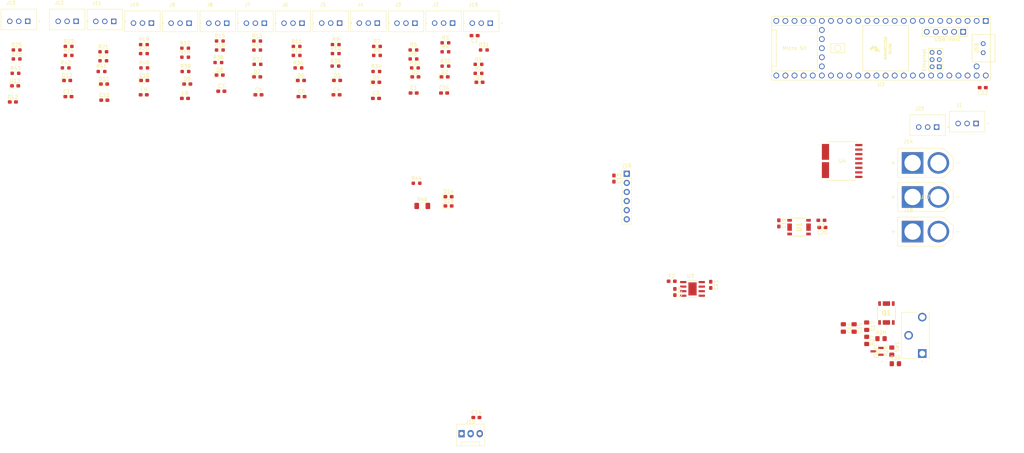
<source format=kicad_pcb>
(kicad_pcb (version 20240108) (generator "pcbnew") (generator_version "8.0")
  (layers (0 "F.Cu" signal) (31 "B.Cu" signal) (34 "B.Paste" user) (35 "F.Paste" user) (36 "B.SilkS" user "B.Silkscreen") (37 "F.SilkS" user "F.Silkscreen") (38 "B.Mask" user) (39 "F.Mask" user) (44 "Edge.Cuts" user))
  (net 0 "")
  (net 1 "+5V")
  (net 2 "GND1")
  (net 3 "+12V")
  (net 4 "+3.3V")
  (net 5 "44.4V")
  (net 6 "Net-(Q1-G)")
  (net 7 "44.4v")
  (net 8 "12v")
  (net 9 "5v")
  (net 10 "Signal Start Module")
  (net 11 "Net-(J17-NEG)")
  (net 12 "Line Sensor 1 3.3V")
  (net 13 "Line Sensor 1 5v")
  (net 14 "Line Sensor 2 5v")
  (net 15 "Line Sensor 2 3.3V")
  (net 16 "Line Sensor 3 5v")
  (net 17 "Line Sensor 3 3.3V")
  (net 18 "Line Sensor 4 5v")
  (net 19 "Line Sensor 4 3.3V")
  (net 20 "Distance Sensor 1 12V")
  (net 21 "Distance Sensor 1 3.3V")
  (net 22 "Distance Sensor 2 12V")
  (net 23 "Distance Sensor 2 3.3V")
  (net 24 "Distance Sensor 3 3.3V")
  (net 25 "Distance Sensor 3 12V")
  (net 26 "Distance Sensor 4 12V")
  (net 27 "Distance Sensor 4 3.3V")
  (net 28 "Distance Sensor 5 3.3V")
  (net 29 "Distance Sensor 5 12V")
  (net 30 "Distance Sensor 6 12V")
  (net 31 "Distance Sensor 6 3.3V")
  (net 32 "Distance Sensor 7 3.3V")
  (net 33 "Distance Sensor 7 12V")
  (net 34 "Distance Sensor 8 3.3V")
  (net 35 "Distance Sensor 8 12V")
  (net 36 "Distance Sensor 9 3.3V")
  (net 37 "Distance Sensor 9 12V")
  (net 38 "Net-(Q2-D)")
  (net 39 "Net-(Q2-G)")
  (net 40 "Net-(SW1-A)")
  (net 41 "Net-(D1-A)")
  (net 42 "Net-(D2-A)")
  (net 43 "Net-(D3-A)")
  (net 44 "Net-(D4-A)")
  (net 45 "Net-(D5-A)")
  (net 46 "Net-(D6-A)")
  (net 47 "Net-(D7-A)")
  (net 48 "Net-(D8-A)")
  (net 49 "Net-(D9-A)")
  (net 50 "Net-(D10-A)")
  (net 51 "Net-(D11-A)")
  (net 52 "Net-(D12-A)")
  (net 53 "Net-(D13-A)")
  (net 54 "Net-(D15-A)")
  (net 55 "Net-(D14-A)")
  (net 56 "PWM MD2")
  (net 57 "Direction MD2")
  (net 58 "SDA")
  (net 59 "PWM MD1")
  (net 60 "Direction MD1")
  (net 63 "SCL")
  (net 71 "Interupt")
  (net 109 "Net-(U3-EN)")
  (net 110 "Net-(U1-VIN)")
  (net 113 "Vref Current Sensor")
  (net 114 "Vout Current Sensor")
  (net 115 "Net-(J17-POS)")
  (footprint "Resistor_SMD:R_0805_2012Metric_Pad1.20x1.40mm_HandSolder" (layer "F.Cu") (at 218.5 112 -90)
    (property "Reference" "R27" (at 0 -1.65 90) (layer "F.SilkS"))
    (property "Value" "15k")
    (pad "1" smd roundrect (at -1 0 270) (size 1.2 1.4) (layers "F.Cu" "F.Paste" "F.Mask") (roundrect_rratio 0.208333) (net 6 "Net-(Q1-G)"))
    (pad "2" smd roundrect (at 1 0 270) (size 1.2 1.4) (layers "F.Cu" "F.Paste" "F.Mask") (roundrect_rratio 0.208333) (net 38 "Net-(Q2-D)"))
  )
  (footprint "LED_SMD:LED_0603_1608Metric_Pad1.05x0.95mm_HandSolder" (layer "F.Cu") (at 81.7 40)
    (property "Reference" "D4" (at 0 -1.43 0) (layer "F.SilkS"))
    (property "Value" "LED")
    (pad "1" smd roundrect (at -0.875 0) (size 1.05 0.95) (layers "F.Cu" "F.Paste" "F.Mask") (net 2 "GND1"))
    (pad "2" smd roundrect (at 0.875 0) (size 1.05 0.95) (layers "F.Cu" "F.Paste" "F.Mask") (net 44 "Net-(D4-A)"))
  )
  (footprint "Teensy try:Teensy41 (1)" (layer "F.Cu") (at 222.5 30.5 180)
    (property "Reference" "U2" (at 0 -10.16 0) (layer "F.SilkS"))
    (property "Value" "Teensy4.1")
    (fp_text user "Ethernet" (at -12.065 -3.2766 90) (layer "F.SilkS"))
    (fp_text user "USB" (at -26.67 0 90) (layer "F.SilkS"))
    (fp_text user "Micro SD" (at 24.13 0 0) (layer "F.SilkS"))
    (fp_text user "MIMXRT1062" (at -1.27 0 90) (layer "F.SilkS") (effects (font (size 0.7 0.7))))
    (fp_text user "USB Host" (at -18.4658 2.4892 0) (layer "F.SilkS"))
    (fp_text user "DVJ6A" (at -2.54 -0.18 90) (layer "F.SilkS") (effects (font (size 0.7 0.7))))
    (pad "1" thru_hole rect (at -29.21 7.62 180) (size 1.6 1.6) (drill 1.1) (layers "*.Cu" "*.Mask") (net 2 "GND1"))
    (pad "2" thru_hole circle (at -26.67 7.62 180) (size 1.6 1.6) (drill 1.1) (layers "*.Cu" "*.Mask"))
    (pad "3" thru_hole circle (at -24.13 7.62 180) (size 1.6 1.6) (drill 1.1) (layers "*.Cu" "*.Mask") (net 60 "Direction MD1"))
    (pad "4" thru_hole circle (at -21.59 7.62 180) (size 1.6 1.6) (drill 1.1) (layers "*.Cu" "*.Mask") (net 59 "PWM MD1"))
    (pad "5" thru_hole circle (at -19.05 7.62 180) (size 1.6 1.6) (drill 1.1) (layers "*.Cu" "*.Mask") (net 57 "Direction MD2"))
    (pad "6" thru_hole circle (at -16.51 7.62 180) (size 1.6 1.6) (drill 1.1) (layers "*.Cu" "*.Mask") (net 56 "PWM MD2"))
    (pad "7" thru_hole circle (at -13.97 7.62 180) (size 1.6 1.6) (drill 1.1) (layers "*.Cu" "*.Mask") (net 12 "Line Sensor 1 3.3V"))
    (pad "8" thru_hole circle (at -11.43 7.62 180) (size 1.6 1.6) (drill 1.1) (layers "*.Cu" "*.Mask") (net 15 "Line Sensor 2 3.3V"))
    (pad "9" thru_hole circle (at -8.89 7.62 180) (size 1.6 1.6) (drill 1.1) (layers "*.Cu" "*.Mask") (net 17 "Line Sensor 3 3.3V"))
    (pad "10" thru_hole circle (at -6.35 7.62 180) (size 1.6 1.6) (drill 1.1) (layers "*.Cu" "*.Mask") (net 19 "Line Sensor 4 3.3V"))
    (pad "11" thru_hole circle (at -3.81 7.62 180) (size 1.6 1.6) (drill 1.1) (layers "*.Cu" "*.Mask") (net 21 "Distance Sensor 1 3.3V"))
    (pad "12" thru_hole circle (at -1.27 7.62 180) (size 1.6 1.6) (drill 1.1) (layers "*.Cu" "*.Mask") (net 22 "Distance Sensor 2 12V"))
    (pad "13" thru_hole circle (at 1.27 7.62 180) (size 1.6 1.6) (drill 1.1) (layers "*.Cu" "*.Mask") (net 24 "Distance Sensor 3 3.3V"))
    (pad "14" thru_hole circle (at 3.81 7.62 180) (size 1.6 1.6) (drill 1.1) (layers "*.Cu" "*.Mask") (net 26 "Distance Sensor 4 12V"))
    (pad "15" thru_hole circle (at 6.35 7.62 180) (size 1.6 1.6) (drill 1.1) (layers "*.Cu" "*.Mask"))
    (pad "16" thru_hole circle (at 8.89 7.62 180) (size 1.6 1.6) (drill 1.1) (layers "*.Cu" "*.Mask") (net 29 "Distance Sensor 5 12V"))
    (pad "17" thru_hole circle (at 11.43 7.62 180) (size 1.6 1.6) (drill 1.1) (layers "*.Cu" "*.Mask") (net 30 "Distance Sensor 6 12V"))
    (pad "18" thru_hole circle (at 13.97 7.62 180) (size 1.6 1.6) (drill 1.1) (layers "*.Cu" "*.Mask") (net 33 "Distance Sensor 7 12V"))
    (pad "19" thru_hole circle (at 16.51 7.62 180) (size 1.6 1.6) (drill 1.1) (layers "*.Cu" "*.Mask") (net 35 "Distance Sensor 8 12V"))
    (pad "20" thru_hole circle (at 19.05 7.62 180) (size 1.6 1.6) (drill 1.1) (layers "*.Cu" "*.Mask") (net 37 "Distance Sensor 9 12V"))
    (pad "21" thru_hole circle (at 21.59 7.62 180) (size 1.6 1.6) (drill 1.1) (layers "*.Cu" "*.Mask") (net 10 "Signal Start Module"))
    (pad "22" thru_hole circle (at 24.13 7.62 180) (size 1.6 1.6) (drill 1.1) (layers "*.Cu" "*.Mask"))
    (pad "23" thru_hole circle (at 26.67 7.62 180) (size 1.6 1.6) (drill 1.1) (layers "*.Cu" "*.Mask") (net 114 "Vout Current Sensor"))
    (pad "24" thru_hole circle (at 29.21 7.62 180) (size 1.6 1.6) (drill 1.1) (layers "*.Cu" "*.Mask") (net 113 "Vref Current Sensor"))
    (pad "25" thru_hole circle (at 29.21 -7.62 180) (size 1.6 1.6) (drill 1.1) (layers "*.Cu" "*.Mask"))
    (pad "26" thru_hole circle (at 26.67 -7.62 180) (size 1.6 1.6) (drill 1.1) (layers "*.Cu" "*.Mask"))
    (pad "27" thru_hole circle (at 24.13 -7.62 180) (size 1.6 1.6) (drill 1.1) (layers "*.Cu" "*.Mask"))
    (pad "28" thru_hole circle (at 21.59 -7.62 180) (size 1.6 1.6) (drill 1.1) (layers "*.Cu" "*.Mask"))
    (pad "29" thru_hole circle (at 19.05 -7.62 180) (size 1.6 1.6) (drill 1.1) (layers "*.Cu" "*.Mask"))
    (pad "30" thru_hole circle (at 16.51 -7.62 180) (size 1.6 1.6) (drill 1.1) (layers "*.Cu" "*.Mask"))
    (pad "31" thru_hole circle (at 13.97 -7.62 180) (size 1.6 1.6) (drill 1.1) (layers "*.Cu" "*.Mask"))
    (pad "32" thru_hole circle (at 11.43 -7.62 180) (size 1.6 1.6) (drill 1.1) (layers "*.Cu" "*.Mask"))
    (pad "33" thru_hole circle (at 8.89 -7.62 180) (size 1.6 1.6) (drill 1.1) (layers "*.Cu" "*.Mask"))
    (pad "34" thru_hole circle (at 6.35 -7.62 180) (size 1.6 1.6) (drill 1.1) (layers "*.Cu" "*.Mask"))
    (pad "35" thru_hole circle (at 3.81 -7.62 180) (size 1.6 1.6) (drill 1.1) (layers "*.Cu" "*.Mask"))
    (pad "36" thru_hole circle (at 1.27 -7.62 180) (size 1.6 1.6) (drill 1.1) (layers "*.Cu" "*.Mask"))
    (pad "37" thru_hole circle (at -1.27 -7.62 180) (size 1.6 1.6) (drill 1.1) (layers "*.Cu" "*.Mask"))
    (pad "38" thru_hole circle (at -3.81 -7.62 180) (size 1.6 1.6) (drill 1.1) (layers "*.Cu" "*.Mask"))
    (pad "39" thru_hole circle (at -6.35 -7.62 180) (size 1.6 1.6) (drill 1.1) (layers "*.Cu" "*.Mask") (net 71 "Interupt"))
    (pad "40" thru_hole circle (at -8.89 -7.62 180) (size 1.6 1.6) (drill 1.1) (layers "*.Cu" "*.Mask") (net 58 "SDA"))
    (pad "41" thru_hole circle (at -11.43 -7.62 180) (size 1.6 1.6) (drill 1.1) (layers "*.Cu" "*.Mask") (net 63 "SCL"))
    (pad "42" thru_hole circle (at -13.97 -7.62 180) (size 1.6 1.6) (drill 1.1) (layers "*.Cu" "*.Mask"))
    (pad "43" thru_hole circle (at -16.51 -7.62 180) (size 1.6 1.6) (drill 1.1) (layers "*.Cu" "*.Mask"))
    (pad "44" thru_hole circle (at -19.05 -7.62 180) (size 1.6 1.6) (drill 1.1) (layers "*.Cu" "*.Mask"))
    (pad "45" thru_hole circle (at -21.59 -7.62 180) (size 1.6 1.6) (drill 1.1) (layers "*.Cu" "*.Mask"))
    (pad "46" thru_hole circle (at -24.13 -7.62 180) (size 1.6 1.6) (drill 1.1) (layers "*.Cu" "*.Mask") (net 4 "+3.3V"))
    (pad "47" thru_hole circle (at -26.67 -7.62 180) (size 1.6 1.6) (drill 1.1) (layers "*.Cu" "*.Mask") (net 2 "GND1"))
    (pad "48" thru_hole circle (at -29.21 -7.62 180) (size 1.6 1.6) (drill 1.1) (layers "*.Cu" "*.Mask") (net 1 "+5V"))
    (pad "49" thru_hole circle (at -26.67 -5.08 180) (size 1.6 1.6) (drill 1.1) (layers "*.Cu" "*.Mask"))
    (pad "50" thru_hole circle (at 16.51 5.08 180) (size 1.6 1.6) (drill 1.1) (layers "*.Cu" "*.Mask"))
    (pad "51" thru_hole circle (at 16.51 2.54 180) (size 1.6 1.6) (drill 1.1) (layers "*.Cu" "*.Mask"))
    (pad "52" thru_hole circle (at 16.51 0 180) (size 1.6 1.6) (drill 1.1) (layers "*.Cu" "*.Mask"))
    (pad "53" thru_hole circle (at 16.51 -2.54 180) (size 1.6 1.6) (drill 1.1) (layers "*.Cu" "*.Mask"))
    (pad "54" thru_hole circle (at 16.51 -5.08 180) (size 1.6 1.6) (drill 1.1) (layers "*.Cu" "*.Mask"))
    (pad "55" thru_hole rect (at -22.9108 4.5692 180) (size 1.6 1.6) (drill 1.1) (layers "*.Cu" "*.Mask"))
    (pad "56" thru_hole circle (at -20.3708 4.5692 180) (size 1.6 1.6) (drill 1.1) (layers "*.Cu" "*.Mask"))
    (pad "57" thru_hole circle (at -17.8308 4.5692 180) (size 1.6 1.6) (drill 1.1) (layers "*.Cu" "*.Mask"))
    (pad "58" thru_hole circle (at -15.2908 4.5692 180) (size 1.6 1.6) (drill 1.1) (layers "*.Cu" "*.Mask"))
    (pad "59" thru_hole circle (at -12.7508 4.5692 180) (size 1.6 1.6) (drill 1.1) (layers "*.Cu" "*.Mask"))
    (pad "60" thru_hole rect (at -16.24 -5.1816 180) (size 1.3 1.3) (drill 0.8) (layers "*.Cu" "*.Mask"))
    (pad "61" thru_hole circle (at -16.24 -3.1816 180) (size 1.3 1.3) (drill 0.8) (layers "*.Cu" "*.Mask"))
    (pad "62" thru_hole circle (at -16.24 -1.1816 180) (size 1.3 1.3) (drill 0.8) (layers "*.Cu" "*.Mask"))
    (pad "63" thru_hole circle (at -14.24 -1.1816 180) (size 1.3 1.3) (drill 0.8) (layers "*.Cu" "*.Mask"))
    (pad "64" thru_hole circle (at -14.24 -3.1816 180) (size 1.3 1.3) (drill 0.8) (layers "*.Cu" "*.Mask"))
    (pad "65" thru_hole circle (at -14.24 -5.1816 180) (size 1.3 1.3) (drill 0.8) (layers "*.Cu" "*.Mask"))
    (pad "66" thru_hole circle (at -28.48 -1.27 180) (size 1.3 1.3) (drill 0.8) (layers "*.Cu" "*.Mask"))
    (pad "67" thru_hole circle (at -28.48 1.27 180) (size 1.3 1.3) (drill 0.8) (layers "*.Cu" "*.Mask"))
  )
  (footprint "XT60-M:AMASS_XT60-M" (layer "F.Cu") (at 234.9 72)
    (property "Reference" "J17" (at 0 0 0) (layer "F.SilkS"))
    (property "Value" "XT60-M")
    (pad "N" thru_hole circle (at 3.6 0) (size 6 6) (drill 4.55) (layers "*.Cu" "*.Mask") (net 11 "Net-(J17-NEG)"))
    (pad "P" thru_hole rect (at -3.6 0) (size 6 6) (drill 4.55) (layers "*.Cu" "*.Mask") (net 115 "Net-(J17-POS)"))
  )
  (footprint "Capacitor_SMD:C_0603_1608Metric_Pad1.08x0.95mm_HandSolder" (layer "F.Cu") (at -19.6375 45.5)
    (property "Reference" "C12" (at 0 -1.43 0) (layer "F.SilkS"))
    (property "Value" "C")
    (pad "1" smd roundrect (at -0.8625 0) (size 1.075 0.95) (layers "F.Cu" "F.Paste" "F.Mask") (net 3 "+12V"))
    (pad "2" smd roundrect (at 0.8625 0) (size 1.075 0.95) (layers "F.Cu" "F.Paste" "F.Mask") (net 2 "GND1"))
  )
  (footprint "Resistor_SMD:R_0603_1608Metric_Pad0.98x0.95mm_HandSolder" (layer "F.Cu") (at 81.9125 30)
    (property "Reference" "R7" (at 0 -1.43 0) (layer "F.SilkS"))
    (property "Value" "R")
    (pad "1" smd roundrect (at -0.9125 0) (size 0.975 0.95) (layers "F.Cu" "F.Paste" "F.Mask") (net 18 "Line Sensor 4 5v"))
    (pad "2" smd roundrect (at 0.9125 0) (size 0.975 0.95) (layers "F.Cu" "F.Paste" "F.Mask") (net 19 "Line Sensor 4 3.3V"))
  )
  (footprint "Resistor_SMD:R_0603_1608Metric_Pad0.98x0.95mm_HandSolder" (layer "F.Cu") (at 28.4125 30.5)
    (property "Reference" "R17" (at 0 -1.43 0) (layer "F.SilkS"))
    (property "Value" "R")
    (pad "1" smd roundrect (at -0.9125 0) (size 0.975 0.95) (layers "F.Cu" "F.Paste" "F.Mask") (net 29 "Distance Sensor 5 12V"))
    (pad "2" smd roundrect (at 0.9125 0) (size 0.975 0.95) (layers "F.Cu" "F.Paste" "F.Mask") (net 28 "Distance Sensor 5 3.3V"))
  )
  (footprint "LED_SMD:LED_0603_1608Metric_Pad1.05x0.95mm_HandSolder" (layer "F.Cu") (at 48.5 38.5)
    (property "Reference" "D7" (at 0 -1.43 0) (layer "F.SilkS"))
    (property "Value" "LED")
    (pad "1" smd roundrect (at -0.875 0) (size 1.05 0.95) (layers "F.Cu" "F.Paste" "F.Mask") (net 2 "GND1"))
    (pad "2" smd roundrect (at 0.875 0) (size 1.05 0.95) (layers "F.Cu" "F.Paste" "F.Mask") (net 47 "Net-(D7-A)"))
  )
  (footprint "LED_SMD:LED_0603_1608Metric_Pad1.05x0.95mm_HandSolder" (layer "F.Cu") (at 70.7875 39.49)
    (property "Reference" "D5" (at 0 -1.43 0) (layer "F.SilkS"))
    (property "Value" "LED")
    (pad "1" smd roundrect (at -0.875 0) (size 1.05 0.95) (layers "F.Cu" "F.Paste" "F.Mask") (net 2 "GND1"))
    (pad "2" smd roundrect (at 0.875 0) (size 1.05 0.95) (layers "F.Cu" "F.Paste" "F.Mask") (net 45 "Net-(D5-A)"))
  )
  (footprint "Jst Xh 2.5-3 Pin:JST_B3B-XH-A_LF__SN_" (layer "F.Cu") (at 100.5 22.975)
    (property "Reference" "J2" (at -2.2 -4.6 0) (layer "F.SilkS") (effects (font (size 0.944882 0.944882))))
    (property "Value" "Conn_01x03_MountingPin")
    (pad "1" thru_hole rect (at 2.5 0.525) (size 1.508 1.508) (drill 1) (layers "*.Cu" "*.Mask") (net 14 "Line Sensor 2 5v"))
    (pad "2" thru_hole circle (at 0 0.525) (size 1.508 1.508) (drill 1) (layers "*.Cu" "*.Mask") (net 1 "+5V"))
    (pad "3" thru_hole circle (at -2.5 0.525) (size 1.508 1.508) (drill 1) (layers "*.Cu" "*.Mask") (net 2 "GND1"))
  )
  (footprint "Jst Xh 2.5-3 Pin:JST_B3B-XH-A_LF__SN_" (layer "F.Cu") (at 48 23)
    (property "Reference" "J7" (at -2.2 -4.6 0) (layer "F.SilkS") (effects (font (size 0.944882 0.944882))))
    (property "Value" "Conn_01x03_MountingPin")
    (pad "1" thru_hole rect (at 2.5 0.525) (size 1.508 1.508) (drill 1) (layers "*.Cu" "*.Mask") (net 25 "Distance Sensor 3 12V"))
    (pad "2" thru_hole circle (at 0 0.525) (size 1.508 1.508) (drill 1) (layers "*.Cu" "*.Mask") (net 3 "+12V"))
    (pad "3" thru_hole circle (at -2.5 0.525) (size 1.508 1.508) (drill 1) (layers "*.Cu" "*.Mask") (net 2 "GND1"))
  )
  (footprint "Capacitor_SMD:C_0603_1608Metric_Pad1.08x0.95mm_HandSolder" (layer "F.Cu") (at 16.8625 43.5)
    (property "Reference" "C9" (at 0 -1.43 0) (layer "F.SilkS"))
    (property "Value" "C")
    (pad "1" smd roundrect (at -0.8625 0) (size 1.075 0.95) (layers "F.Cu" "F.Paste" "F.Mask") (net 3 "+12V"))
    (pad "2" smd roundrect (at 0.8625 0) (size 1.075 0.95) (layers "F.Cu" "F.Paste" "F.Mask") (net 2 "GND1"))
  )
  (footprint "LED_SMD:LED_0603_1608Metric_Pad1.05x0.95mm_HandSolder" (layer "F.Cu") (at 38.05 38)
    (property "Reference" "D8" (at 0 -1.43 0) (layer "F.SilkS"))
    (property "Value" "LED")
    (pad "1" smd roundrect (at -0.875 0) (size 1.05 0.95) (layers "F.Cu" "F.Paste" "F.Mask") (net 2 "GND1"))
    (pad "2" smd roundrect (at 0.875 0) (size 1.05 0.95) (layers "F.Cu" "F.Paste" "F.Mask") (net 48 "Net-(D8-A)"))
  )
  (footprint "Capacitor_SMD:C_0603_1608Metric_Pad1.08x0.95mm_HandSolder" (layer "F.Cu") (at 109.1375 27 180)
    (property "Reference" "C2" (at 0 -1.43 0) (layer "F.SilkS"))
    (property "Value" "C")
    (pad "1" smd roundrect (at -0.8625 0 180) (size 1.075 0.95) (layers "F.Cu" "F.Paste" "F.Mask") (net 1 "+5V"))
    (pad "2" smd roundrect (at 0.8625 0 180) (size 1.075 0.95) (layers "F.Cu" "F.Paste" "F.Mask") (net 2 "GND1"))
  )
  (footprint "Capacitor_SMD:C_0603_1608Metric_Pad1.08x0.95mm_HandSolder" (layer "F.Cu") (at 165 98.5 -90)
    (property "Reference" "C18" (at 0 -1.43 90) (layer "F.SilkS"))
    (property "Value" "C")
    (pad "1" smd roundrect (at -0.8625 0 270) (size 1.075 0.95) (layers "F.Cu" "F.Paste" "F.Mask") (net 7 "44.4v"))
    (pad "2" smd roundrect (at 0.8625 0 270) (size 1.075 0.95) (layers "F.Cu" "F.Paste" "F.Mask") (net 2 "GND1"))
  )
  (footprint "Capacitor_SMD:C_0603_1608Metric_Pad1.08x0.95mm_HandSolder" (layer "F.Cu") (at 250.8625 41.5 180)
    (property "Reference" "C22" (at 0 -1.43 0) (layer "F.SilkS"))
    (property "Value" "C")
    (pad "1" smd roundrect (at -0.8625 0 180) (size 1.075 0.95) (layers "F.Cu" "F.Paste" "F.Mask") (net 1 "+5V"))
    (pad "2" smd roundrect (at 0.8625 0 180) (size 1.075 0.95) (layers "F.Cu" "F.Paste" "F.Mask") (net 2 "GND1"))
  )
  (footprint "Connector_PinHeader_2.54mm:PinHeader_1x06_P2.54mm_Vertical" (layer "F.Cu") (at 151.58 65.52)
    (property "Reference" "J16" (at 0 -2.33 0) (layer "F.SilkS"))
    (property "Value" "Conn_01x08_Pin")
    (pad "1" thru_hole rect (at 0 0) (size 1.7 1.7) (drill 1) (layers "*.Cu" "*.Mask") (net 1 "+5V"))
    (pad "2" thru_hole oval (at 0 2.54) (size 1.7 1.7) (drill 1) (layers "*.Cu" "*.Mask") (net 2 "GND1"))
    (pad "3" thru_hole oval (at 0 5.08) (size 1.7 1.7) (drill 1) (layers "*.Cu" "*.Mask") (net 63 "SCL"))
    (pad "4" thru_hole oval (at 0 7.62) (size 1.7 1.7) (drill 1) (layers "*.Cu" "*.Mask") (net 58 "SDA"))
    (pad "5" thru_hole oval (at 0 10.16) (size 1.7 1.7) (drill 1) (layers "*.Cu" "*.Mask"))
    (pad "6" thru_hole oval (at 0 12.7) (size 1.7 1.7) (drill 1) (layers "*.Cu" "*.Mask"))
  )
  (footprint "LED_SMD:LED_0603_1608Metric_Pad1.05x0.95mm_HandSolder" (layer "F.Cu") (at 101.875 71.91)
    (property "Reference" "D14" (at 0 -1.43 0) (layer "F.SilkS"))
    (property "Value" "LED")
    (pad "1" smd roundrect (at -0.875 0) (size 1.05 0.95) (layers "F.Cu" "F.Paste" "F.Mask") (net 2 "GND1"))
    (pad "2" smd roundrect (at 0.875 0) (size 1.05 0.95) (layers "F.Cu" "F.Paste" "F.Mask") (net 55 "Net-(D14-A)"))
  )
  (footprint "Capacitor_SMD:C_0603_1608Metric_Pad1.08x0.95mm_HandSolder" (layer "F.Cu") (at 5.8625 45)
    (property "Reference" "C10" (at 0 -1.43 0) (layer "F.SilkS"))
    (property "Value" "C")
    (pad "1" smd roundrect (at -0.8625 0) (size 1.075 0.95) (layers "F.Cu" "F.Paste" "F.Mask") (net 3 "+12V"))
    (pad "2" smd roundrect (at 0.8625 0) (size 1.075 0.95) (layers "F.Cu" "F.Paste" "F.Mask") (net 2 "GND1"))
  )
  (footprint "Resistor_SMD:R_0603_1608Metric_Pad0.98x0.95mm_HandSolder" (layer "F.Cu") (at 59.5 32.51)
    (property "Reference" "R12" (at 0 -1.43 0) (layer "F.SilkS"))
    (property "Value" "R")
    (pad "1" smd roundrect (at -0.9125 0) (size 0.975 0.95) (layers "F.Cu" "F.Paste" "F.Mask") (net 23 "Distance Sensor 2 3.3V"))
    (pad "2" smd roundrect (at 0.9125 0) (size 0.975 0.95) (layers "F.Cu" "F.Paste" "F.Mask") (net 2 "GND1"))
  )
  (footprint "Capacitor_SMD:C_0603_1608Metric_Pad1.08x0.95mm_HandSolder" (layer "F.Cu") (at 148 66.8625 -90)
    (property "Reference" "C13" (at 0 -1.43 90) (layer "F.SilkS"))
    (property "Value" "C")
    (pad "1" smd roundrect (at -0.8625 0 270) (size 1.075 0.95) (layers "F.Cu" "F.Paste" "F.Mask") (net 1 "+5V"))
    (pad "2" smd roundrect (at 0.8625 0 270) (size 1.075 0.95) (layers "F.Cu" "F.Paste" "F.Mask") (net 2 "GND1"))
  )
  (footprint "Resistor_SMD:R_0603_1608Metric_Pad0.98x0.95mm_HandSolder" (layer "F.Cu") (at 101 31.51)
    (property "Reference" "R4" (at 0 -1.43 0) (layer "F.SilkS"))
    (property "Value" "R")
    (pad "1" smd roundrect (at -0.9125 0) (size 0.975 0.95) (layers "F.Cu" "F.Paste" "F.Mask") (net 15 "Line Sensor 2 3.3V"))
    (pad "2" smd roundrect (at 0.9125 0) (size 0.975 0.95) (layers "F.Cu" "F.Paste" "F.Mask") (net 2 "GND1"))
  )
  (footprint "Resistor_SMD:R_0603_1608Metric_Pad0.98x0.95mm_HandSolder" (layer "F.Cu") (at 70.4125 32)
    (property "Reference" "R10" (at 0 -1.43 0) (layer "F.SilkS"))
    (property "Value" "R")
    (pad "1" smd roundrect (at -0.9125 0) (size 0.975 0.95) (layers "F.Cu" "F.Paste" "F.Mask") (net 21 "Distance Sensor 1 3.3V"))
    (pad "2" smd roundrect (at 0.9125 0) (size 0.975 0.95) (layers "F.Cu" "F.Paste" "F.Mask") (net 2 "GND1"))
  )
  (footprint "Resistor_SMD:R_0603_1608Metric_Pad0.98x0.95mm_HandSolder" (layer "F.Cu") (at 17 36)
    (property "Reference" "R40" (at 0 -1.43 0) (layer "F.SilkS"))
    (property "Value" "R")
    (pad "1" smd roundrect (at -0.9125 0) (size 0.975 0.95) (layers "F.Cu" "F.Paste" "F.Mask") (net 31 "Distance Sensor 6 3.3V"))
    (pad "2" smd roundrect (at 0.9125 0) (size 0.975 0.95) (layers "F.Cu" "F.Paste" "F.Mask") (net 50 "Net-(D10-A)"))
  )
  (footprint "Resistor_SMD:R_0603_1608Metric_Pad0.98x0.95mm_HandSolder" (layer "F.Cu") (at 81.7375 37)
    (property "Reference" "R34" (at 0 -1.43 0) (layer "F.SilkS"))
    (property "Value" "R")
    (pad "1" smd roundrect (at -0.9125 0) (size 0.975 0.95) (layers "F.Cu" "F.Paste" "F.Mask") (net 19 "Line Sensor 4 3.3V"))
    (pad "2" smd roundrect (at 0.9125 0) (size 0.975 0.95) (layers "F.Cu" "F.Paste" "F.Mask") (net 44 "Net-(D4-A)"))
  )
  (footprint "Jst Xh 2.5-3 Pin:JST_B3B-XH-A_LF__SN_" (layer "F.Cu") (at 79.5 22.975)
    (property "Reference" "J4" (at -2.2 -4.6 0) (layer "F.SilkS") (effects (font (size 0.944882 0.944882))))
    (property "Value" "Conn_01x03_MountingPin")
    (pad "1" thru_hole rect (at 2.5 0.525) (size 1.508 1.508) (drill 1) (layers "*.Cu" "*.Mask") (net 18 "Line Sensor 4 5v"))
    (pad "2" thru_hole circle (at 0 0.525) (size 1.508 1.508) (drill 1) (layers "*.Cu" "*.Mask") (net 1 "+5V"))
    (pad "3" thru_hole circle (at -2.5 0.525) (size 1.508 1.508) (drill 1) (layers "*.Cu" "*.Mask") (net 2 "GND1"))
  )
  (footprint "12Vvoltagereg:S1142A50IE6T1U" (layer "F.Cu") (at 199.64 80.41 -90)
    (property "Reference" "U1" (at 0 0 90) (layer "F.SilkS") (effects (font (size 1.27 1.27) (thickness 0.254))))
    (property "Value" "S-1142DA0I-E6T1U" (hide yes))
    (pad "1" smd rect (at -1.91 2.64 270) (size 0.76 1.27) (layers "F.Cu" "F.Paste" "F.Mask") (net 8 "12v"))
    (pad "2" smd rect (at 0 2.64) (size 1.27 2.03) (layers "F.Cu" "F.Paste" "F.Mask") (net 2 "GND1"))
    (pad "3" smd rect (at 1.91 2.64 270) (size 0.76 1.27) (layers "F.Cu" "F.Paste" "F.Mask") (net 2 "GND1"))
    (pad "4" smd rect (at 1.91 -2.64 270) (size 0.76 1.27) (layers "F.Cu" "F.Paste" "F.Mask"))
    (pad "5" smd rect (at 0 -2.64) (size 1.27 2.03) (layers "F.Cu" "F.Paste" "F.Mask") (net 2 "GND1"))
    (pad "6" smd rect (at -1.91 -2.64 270) (size 0.76 1.27) (layers "F.Cu" "F.Paste" "F.Mask") (net 110 "Net-(U1-VIN)"))
  )
  (footprint "TQL850CSV50_RLG(5vmotordriver):SOIC127P600X170-9N" (layer "F.Cu") (at 169.915 97.635)
    (property "Reference" "U3" (at -0.535 -3.635 0) (layer "F.SilkS"))
    (property "Value" "TQL850CSV50_RLG")
    (pad "1" smd roundrect (at -2.585 -1.905) (size 1.75 0.6) (layers "F.Cu" "F.Paste" "F.Mask") (roundrect_rratio 0.125) (net 109 "Net-(U3-EN)"))
    (pad "2" smd roundrect (at -2.585 -0.635) (size 1.75 0.6) (layers "F.Cu" "F.Paste" "F.Mask") (roundrect_rratio 0.125) (net 109 "Net-(U3-EN)"))
    (pad "3" smd roundrect (at -2.585 0.635) (size 1.75 0.6) (layers "F.Cu" "F.Paste" "F.Mask") (roundrect_rratio 0.125))
    (pad "4" smd roundrect (at -2.585 1.905) (size 1.75 0.6) (layers "F.Cu" "F.Paste" "F.Mask") (roundrect_rratio 0.125) (net 2 "GND1"))
    (pad "5" smd roundrect (at 2.585 1.905) (size 1.75 0.6) (layers "F.Cu" "F.Paste" "F.Mask") (roundrect_rratio 0.125) (net 2 "GND1"))
    (pad "6" smd roundrect (at 2.585 0.635) (size 1.75 0.6) (layers "F.Cu" "F.Paste" "F.Mask") (roundrect_rratio 0.125) (net 2 "GND1"))
    (pad "7" smd roundrect (at 2.585 -0.635) (size 1.75 0.6) (layers "F.Cu" "F.Paste" "F.Mask") (roundrect_rratio 0.125))
    (pad "8" smd roundrect (at 2.585 -1.905) (size 1.75 0.6) (layers "F.Cu" "F.Paste" "F.Mask") (roundrect_rratio 0.125) (net 9 "5v"))
    (pad "9" smd rect (at 0 0) (size 2.3 3.63) (layers "F.Cu" "F.Mask"))
  )
  (footprint "Resistor_SMD:R_0603_1608Metric_Pad0.98x0.95mm_HandSolder" (layer "F.Cu") (at -4.0875 30)
    (property "Reference" "R23" (at 0 -1.43 0) (layer "F.SilkS"))
    (property "Value" "R")
    (pad "1" smd roundrect (at -0.9125 0) (size 0.975 0.95) (layers "F.Cu" "F.Paste" "F.Mask") (net 35 "Distance Sensor 8 12V"))
    (pad "2" smd roundrect (at 0.9125 0) (size 0.975 0.95) (layers "F.Cu" "F.Paste" "F.Mask") (net 34 "Distance Sensor 8 3.3V"))
  )
  (footprint "LED_SMD:LED_0603_1608Metric_Pad1.05x0.95mm_HandSolder" (layer "F.Cu") (at 110.5125 40)
    (property "Reference" "D1" (at 0 -1.43 0) (layer "F.SilkS"))
    (property "Value" "LED")
    (pad "1" smd roundrect (at -0.875 0) (size 1.05 0.95) (layers "F.Cu" "F.Paste" "F.Mask") (net 2 "GND1"))
    (pad "2" smd roundrect (at 0.875 0) (size 1.05 0.95) (layers "F.Cu" "F.Paste" "F.Mask") (net 41 "Net-(D1-A)"))
  )
  (footprint "Resistor_SMD:R_0603_1608Metric_Pad0.98x0.95mm_HandSolder" (layer "F.Cu") (at -4.0875 32.51)
    (property "Reference" "R24" (at 0 -1.43 0) (layer "F.SilkS"))
    (property "Value" "R")
    (pad "1" smd roundrect (at -0.9125 0) (size 0.975 0.95) (layers "F.Cu" "F.Paste" "F.Mask") (net 34 "Distance Sensor 8 3.3V"))
    (pad "2" smd roundrect (at 0.9125 0) (size 0.975 0.95) (layers "F.Cu" "F.Paste" "F.Mask") (net 2 "GND1"))
  )
  (footprint "Resistor_SMD:R_0603_1608Metric_Pad0.98x0.95mm_HandSolder" (layer "F.Cu") (at 28.4125 33.01)
    (property "Reference" "R18" (at 0 -1.43 0) (layer "F.SilkS"))
    (property "Value" "R")
    (pad "1" smd roundrect (at -0.9125 0) (size 0.975 0.95) (layers "F.Cu" "F.Paste" "F.Mask") (net 28 "Distance Sensor 5 3.3V"))
    (pad "2" smd roundrect (at 0.9125 0) (size 0.975 0.95) (layers "F.Cu" "F.Paste" "F.Mask") (net 2 "GND1"))
  )
  (footprint "Capacitor_SMD:C_0603_1608Metric_Pad1.08x0.95mm_HandSolder" (layer "F.Cu") (at 206.1375 80.5 180)
    (property "Reference" "C20" (at 0 -1.43 360) (layer "F.SilkS"))
    (property "Value" "C")
    (pad "1" smd roundrect (at -0.8625 0 180) (size 1.075 0.95) (layers "F.Cu" "F.Paste" "F.Mask") (net 7 "44.4v"))
    (pad "2" smd roundrect (at 0.8625 0 180) (size 1.075 0.95) (layers "F.Cu" "F.Paste" "F.Mask") (net 2 "GND1"))
  )
  (footprint "Capacitor_SMD:C_0805_2012Metric_Pad1.18x1.45mm_HandSolder" (layer "F.Cu") (at 218.5 108.0375 -90)
    (property "Reference" "C17" (at 0 -1.68 90) (layer "F.SilkS"))
    (property "Value" "1uF")
    (pad "1" smd roundrect (at -1.0375 0 270) (size 1.175 1.45) (layers "F.Cu" "F.Paste" "F.Mask") (roundrect_rratio 0.212766) (net 5 "44.4V"))
    (pad "2" smd roundrect (at 1.0375 0 270) (size 1.175 1.45) (layers "F.Cu" "F.Paste" "F.Mask") (roundrect_rratio 0.212766) (net 6 "Net-(Q1-G)"))
  )
  (footprint "Jst Xh 2.5-3 Pin:JST_B3B-XH-A_LF__SN_" (layer "F.Cu") (at -18 22.475)
    (property "Reference" "J13" (at -2.2 -4.6 0) (layer "F.SilkS") (effects (font (size 0.944882 0.944882))))
    (property "Value" "Conn_01x03_MountingPin")
    (pad "1" thru_hole rect (at 2.5 0.525) (size 1.508 1.508) (drill 1) (layers "*.Cu" "*.Mask") (net 37 "Distance Sensor 9 12V"))
    (pad "2" thru_hole circle (at 0 0.525) (size 1.508 1.508) (drill 1) (layers "*.Cu" "*.Mask") (net 3 "+12V"))
    (pad "3" thru_hole circle (at -2.5 0.525) (size 1.508 1.508) (drill 1) (layers "*.Cu" "*.Mask") (net 2 "GND1"))
  )
  (footprint "Resistor_SMD:R_0603_1608Metric_Pad0.98x0.95mm_HandSolder" (layer "F.Cu") (at 48.5875 35)
    (property "Reference" "R37" (at 0 -1.43 0) (layer "F.SilkS"))
    (property "Value" "R")
    (pad "1" smd roundrect (at -0.9125 0) (size 0.975 0.95) (layers "F.Cu" "F.Paste" "F.Mask") (net 24 "Distance Sensor 3 3.3V"))
    (pad "2" smd roundrect (at 0.9125 0) (size 0.975 0.95) (layers "F.Cu" "F.Paste" "F.Mask") (net 47 "Net-(D7-A)"))
  )
  (footprint "Resistor_SMD:R_0603_1608Metric_Pad0.98x0.95mm_HandSolder" (layer "F.Cu") (at 28.5 37)
    (property "Reference" "R39" (at 0 -1.43 0) (layer "F.SilkS"))
    (property "Value" "R")
    (pad "1" smd roundrect (at -0.9125 0) (size 0.975 0.95) (layers "F.Cu" "F.Paste" "F.Mask") (net 28 "Distance Sensor 5 3.3V"))
    (pad "2" smd roundrect (at 0.9125 0) (size 0.975 0.95) (layers "F.Cu" "F.Paste" "F.Mask") (net 49 "Net-(D9-A)"))
  )
  (footprint "LED_SMD:LED_0603_1608Metric_Pad1.05x0.95mm_HandSolder" (layer "F.Cu") (at 100.7875 38.5)
    (property "Reference" "D2" (at 0 -1.43 0) (layer "F.SilkS"))
    (property "Value" "LED")
    (pad "1" smd roundrect (at -0.875 0) (size 1.05 0.95) (layers "F.Cu" "F.Paste" "F.Mask") (net 2 "GND1"))
    (pad "2" smd roundrect (at 0.875 0) (size 1.05 0.95) (layers "F.Cu" "F.Paste" "F.Mask") (net 42 "Net-(D2-A)"))
  )
  (footprint "Resistor_SMD:R_0805_2012Metric_Pad1.20x1.40mm_HandSolder" (layer "F.Cu") (at 226.5 118.5)
    (property "Reference" "R30" (at 0 -1.65 0) (layer "F.SilkS"))
    (property "Value" "8k")
    (pad "1" smd roundrect (at -1 0) (size 1.2 1.4) (layers "F.Cu" "F.Paste" "F.Mask") (roundrect_rratio 0.208333) (net 39 "Net-(Q2-G)"))
    (pad "2" smd roundrect (at 1 0) (size 1.2 1.4) (layers "F.Cu" "F.Paste" "F.Mask") (roundrect_rratio 0.208333) (net 40 "Net-(SW1-A)"))
  )
  (footprint "Jst Xh 2.5-3 Pin:JST_B3B-XH-A_LF__SN_" (layer "F.Cu") (at 246.5 50.975)
    (property "Reference" "J1" (at -2.2 -4.6 0) (layer "F.SilkS") (effects (font (size 0.944882 0.944882))))
    (property "Value" "Conn_01x03_MountingPin")
    (pad "1" thru_hole rect (at 2.5 0.525) (size 1.508 1.508) (drill 1) (layers "*.Cu" "*.Mask") (net 57 "Direction MD2"))
    (pad "2" thru_hole circle (at 0 0.525) (size 1.508 1.508) (drill 1) (layers "*.Cu" "*.Mask") (net 56 "PWM MD2"))
    (pad "3" thru_hole circle (at -2.5 0.525) (size 1.508 1.508) (drill 1) (layers "*.Cu" "*.Mask") (net 2 "GND1"))
  )
  (footprint "LED_SMD:LED_0603_1608Metric_Pad1.05x0.95mm_HandSolder" (layer "F.Cu") (at 17 39.5)
    (property "Reference" "D10" (at 0 -1.43 0) (layer "F.SilkS"))
    (property "Value" "LED")
    (pad "1" smd roundrect (at -0.875 0) (size 1.05 0.95) (layers "F.Cu" "F.Paste" "F.Mask") (net 2 "GND1"))
    (pad "2" smd roundrect (at 0.875 0) (size 1.05 0.95) (layers "F.Cu" "F.Paste" "F.Mask") (net 50 "Net-(D10-A)"))
  )
  (footprint "Resistor_SMD:R_0805_2012Metric_Pad1.20x1.40mm_HandSolder" (layer "F.Cu") (at 222.5 111.5)
    (property "Reference" "R28" (at 0 -1.65 0) (layer "F.SilkS"))
    (property "Value" "10k")
    (pad "1" smd roundrect (at -1 0) (size 1.2 1.4) (layers "F.Cu" "F.Paste" "F.Mask") (roundrect_rratio 0.208333) (net 6 "Net-(Q1-G)"))
    (pad "2" smd roundrect (at 1 0) (size 1.2 1.4) (layers "F.Cu" "F.Paste" "F.Mask") (roundrect_rratio 0.208333) (net 115 "Net-(J17-POS)"))
  )
  (footprint "Resistor_SMD:R_0603_1608Metric_Pad0.98x0.95mm_HandSolder" (layer "F.Cu") (at 70.325 35.49)
    (property "Reference" "R35" (at 0 -1.43 0) (layer "F.SilkS"))
    (property "Value" "R")
    (pad "1" smd roundrect (at -0.9125 0) (size 0.975 0.95) (layers "F.Cu" "F.Paste" "F.Mask") (net 21 "Distance Sensor 1 3.3V"))
    (pad "2" smd roundrect (at 0.9125 0) (size 0.975 0.95) (layers "F.Cu" "F.Paste" "F.Mask") (net 45 "Net-(D5-A)"))
  )
  (footprint "LED_SMD:LED_0603_1608Metric_Pad1.05x0.95mm_HandSolder" (layer "F.Cu") (at 29 40.5)
    (property "Reference" "D9" (at 0 -1.43 0) (layer "F.SilkS"))
    (property "Value" "LED")
    (pad "1" smd roundrect (at -0.875 0) (size 1.05 0.95) (layers "F.Cu" "F.Paste" "F.Mask") (net 2 "GND1"))
    (pad "2" smd roundrect (at 0.875 0) (size 1.05 0.95) (layers "F.Cu" "F.Paste" "F.Mask") (net 49 "Net-(D9-A)"))
  )
  (footprint "Capacitor_SMD:C_0603_1608Metric_Pad1.08x0.95mm_HandSolder" (layer "F.Cu") (at 92.1375 43)
    (property "Reference" "C1" (at 0 -1.43 0) (layer "F.SilkS"))
    (property "Value" "C")
    (pad "1" smd roundrect (at -0.8625 0) (size 1.075 0.95) (layers "F.Cu" "F.Paste" "F.Mask") (net 1 "+5V"))
    (pad "2" smd roundrect (at 0.8625 0) (size 1.075 0.95) (layers "F.Cu" "F.Paste" "F.Mask") (net 2 "GND1"))
  )
  (footprint "Jst Xh 2.5-3 Pin:JST_B3B-XH-A_LF__SN_" (layer "F.Cu") (at 69 22.975)
    (property "Reference" "J5" (at -2.2 -4.6 0) (layer "F.SilkS") (effects (font (size 0.944882 0.944882))))
    (property "Value" "Conn_01x03_MountingPin")
    (pad "1" thru_hole rect (at 2.5 0.525) (size 1.508 1.508) (drill 1) (layers "*.Cu" "*.Mask") (net 20 "Distance Sensor 1 12V"))
    (pad "2" thru_hole circle (at 0 0.525) (size 1.508 1.508) (drill 1) (layers "*.Cu" "*.Mask") (net 3 "+12V"))
    (pad "3" thru_hole circle (at -2.5 0.525) (size 1.508 1.508) (drill 1) (layers "*.Cu" "*.Mask") (net 2 "GND1"))
  )
  (footprint "Resistor_SMD:R_0805_2012Metric_Pad1.20x1.40mm_HandSolder" (layer "F.Cu") (at 225.5 115 90)
    (property "Reference" "R29" (at 0 -1.65 90) (layer "F.SilkS"))
    (property "Value" "1k")
    (pad "1" smd roundrect (at -1 0 90) (size 1.2 1.4) (layers "F.Cu" "F.Paste" "F.Mask") (roundrect_rratio 0.208333) (net 39 "Net-(Q2-G)"))
    (pad "2" smd roundrect (at 1 0 90) (size 1.2 1.4) (layers "F.Cu" "F.Paste" "F.Mask") (roundrect_rratio 0.208333) (net 2 "GND1"))
  )
  (footprint "Resistor_SMD:R_0603_1608Metric_Pad0.98x0.95mm_HandSolder" (layer "F.Cu") (at 92.5 36)
    (property "Reference" "R33" (at 0 -1.43 0) (layer "F.SilkS"))
    (property "Value" "R")
    (pad "1" smd roundrect (at -0.9125 0) (size 0.975 0.95) (layers "F.Cu" "F.Paste" "F.Mask") (net 17 "Line Sensor 3 3.3V"))
    (pad "2" smd roundrect (at 0.9125 0) (size 0.975 0.95) (layers "F.Cu" "F.Paste" "F.Mask") (net 43 "Net-(D3-A)"))
  )
  (footprint "Resistor_SMD:R_0603_1608Metric_Pad0.98x0.95mm_HandSolder" (layer "F.Cu") (at 48.5 31.01)
    (property "Reference" "R14" (at 0 -1.43 0) (layer "F.SilkS"))
    (property "Value" "R")
    (pad "1" smd roundrect (at -0.9125 0) (size 0.975 0.95) (layers "F.Cu" "F.Paste" "F.Mask") (net 24 "Distance Sensor 3 3.3V"))
    (pad "2" smd roundrect (at 0.9125 0) (size 0.975 0.95) (layers "F.Cu" "F.Paste" "F.Mask") (net 2 "GND1"))
  )
  (footprint "Capacitor_SMD:C_0603_1608Metric_Pad1.08x0.95mm_HandSolder" (layer "F.Cu") (at 38.5 42.5)
    (property "Reference" "C7" (at 0 -1.43 0) (layer "F.SilkS"))
    (property "Value" "C")
    (pad "1" smd roundrect (at -0.8625 0) (size 1.075 0.95) (layers "F.Cu" "F.Paste" "F.Mask") (net 3 "+12V"))
    (pad "2" smd roundrect (at 0.8625 0) (size 1.075 0.95) (layers "F.Cu" "F.Paste" "F.Mask") (net 2 "GND1"))
  )
  (footprint "Capacitor_SMD:C_0603_1608Metric_Pad1.08x0.95mm_HandSolder" (layer "F.Cu") (at 109.6375 133.5)
    (property "Reference" "C14" (at 0 -1.43 0) (layer "F.SilkS"))
    (property "Value" "C")
    (pad "1" smd roundrect (at -0.8625 0) (size 1.075 0.95) (layers "F.Cu" "F.Paste" "F.Mask") (net 2 "GND1"))
    (pad "2" smd roundrect (at 0.8625 0) (size 1.075 0.95) (layers "F.Cu" "F.Paste" "F.Mask") (net 4 "+3.3V"))
  )
  (footprint "Resistor_SMD:R_0603_1608Metric_Pad0.98x0.95mm_HandSolder" (layer "F.Cu") (at -4.9125 36)
    (property "Reference" "R42" (at 0 -1.43 0) (layer "F.SilkS"))
    (property "Value" "R")
    (pad "1" smd roundrect (at -0.9125 0) (size 0.975 0.95) (layers "F.Cu" "F.Paste" "F.Mask") (net 34 "Distance Sensor 8 3.3V"))
    (pad "2" smd roundrect (at 0.9125 0) (size 0.975 0.95) (layers "F.Cu" "F.Paste" "F.Mask") (net 52 "Net-(D12-A)"))
  )
  (footprint "Capacitor_SMD:C_0603_1608Metric_Pad1.08x0.95mm_HandSolder" (layer "F.Cu") (at 48.8625 43.5)
    (property "Reference" "C6" (at 0 -1.43 0) (layer "F.SilkS"))
    (property "Value" "C")
    (pad "1" smd roundrect (at -0.8625 0) (size 1.075 0.95) (layers "F.Cu" "F.Paste" "F.Mask") (net 3 "+12V"))
    (pad "2" smd roundrect (at 0.8625 0) (size 1.075 0.95) (layers "F.Cu" "F.Paste" "F.Mask") (net 2 "GND1"))
  )
  (footprint "Resistor_SMD:R_0603_1608Metric_Pad0.98x0.95mm_HandSolder" (layer "F.Cu") (at 48.5 28.5)
    (property "Reference" "R13" (at 0 -1.43 0) (layer "F.SilkS"))
    (property "Value" "R")
    (pad "1" smd roundrect (at -0.9125 0) (size 0.975 0.95) (layers "F.Cu" "F.Paste" "F.Mask") (net 25 "Distance Sensor 3 12V"))
    (pad "2" smd roundrect (at 0.9125 0) (size 0.975 0.95) (layers "F.Cu" "F.Paste" "F.Mask") (net 24 "Distance Sensor 3 3.3V"))
  )
  (footprint "Capacitor_SMD:C_0805_2012Metric_Pad1.18x1.45mm_HandSolder" (layer "F.Cu") (at 211.99 108.5375 -90)
    (property "Reference" "C16" (at 0 -1.68 90) (layer "F.SilkS"))
    (property "Value" "1uF")
    (pad "1" smd roundrect (at -1.0375 0 270) (size 1.175 1.45) (layers "F.Cu" "F.Paste" "F.Mask") (roundrect_rratio 0.212766) (net 5 "44.4V"))
    (pad "2" smd roundrect (at 1.0375 0 270) (size 1.175 1.45) (layers "F.Cu" "F.Paste" "F.Mask") (roundrect_rratio 0.212766) (net 2 "GND1"))
  )
  (footprint "XT60-M:AMASS_XT60-M" (layer "F.Cu") (at 234.9 81.65)
    (property "Reference" "J18" (at -4.825 -5.935 0) (layer "F.SilkS"))
    (property "Value" "XT60-M")
    (pad "N" thru_hole circle (at 3.6 0) (size 6 6) (drill 4.55) (layers "*.Cu" "*.Mask") (net 2 "GND1"))
    (pad "P" thru_hole rect (at -3.6 0) (size 6 6) (drill 4.55) (layers "*.Cu" "*.Mask") (net 11 "Net-(J17-NEG)"))
  )
  (footprint "Capacitor_SMD:C_0603_1608Metric_Pad1.08x0.95mm_HandSolder" (layer "F.Cu") (at 60.8625 44)
    (property "Reference" "C5" (at 0 -1.43 0) (layer "F.SilkS"))
    (property "Value" "C")
    (pad "1" smd roundrect (at -0.8625 0) (size 1.075 0.95) (layers "F.Cu" "F.Paste" "F.Mask") (net 3 "+12V"))
    (pad "2" smd roundrect (at 0.8625 0) (size 1.075 0.95) (layers "F.Cu" "F.Paste" "F.Mask") (net 2 "GND1"))
  )
  (footprint "Resistor_SMD:R_0603_1608Metric_Pad0.98x0.95mm_HandSolder" (layer "F.Cu") (at 70.4125 29.49)
    (property "Reference" "R9" (at 0 -1.43 0) (layer "F.SilkS"))
    (property "Value" "R")
    (pad "1" smd roundrect (at -0.9125 0) (size 0.975 0.95) (layers "F.Cu" "F.Paste" "F.Mask") (net 20 "Distance Sensor 1 12V"))
    (pad "2" smd roundrect (at 0.9125 0) (size 0.975 0.95) (layers "F.Cu" "F.Paste" "F.Mask") (net 21 "Distance Sensor 1 3.3V"))
  )
  (footprint "Resistor_SMD:R_0603_1608Metric_Pad0.98x0.95mm_HandSolder" (layer "F.Cu") (at 16.9125 32.01)
    (property "Reference" "R20" (at 0 -1.43 0) (layer "F.SilkS"))
    (property "Value" "R")
    (pad "1" smd roundrect (at -0.9125 0) (size 0.975 0.95) (layers "F.Cu" "F.Paste" "F.Mask") (net 31 "Distance Sensor 6 3.3V"))
    (pad "2" smd roundrect (at 0.9125 0) (size 0.975 0.95) (layers "F.Cu" "F.Paste" "F.Mask") (net 2 "GND1"))
  )
  (footprint "Capacitor_SMD:C_0603_1608Metric_Pad1.08x0.95mm_HandSolder" (layer "F.Cu") (at 81.6375 44.5)
    (property "Reference" "C3" (at 0 -1.43 0) (layer "F.SilkS"))
    (property "Value" "C")
    (pad "1" smd roundrect (at -0.8625 0) (size 1.075 0.95) (layers "F.Cu" "F.Paste" "F.Mask") (net 1 "+5V"))
    (pad "2" smd roundrect (at 0.8625 0) (size 1.075 0.95) (layers "F.Cu" "F.Paste" "F.Mask") (net 2 "GND1"))
  )
  (footprint "LED_SMD:LED_0603_1608Metric_Pad1.05x0.95mm_HandSolder" (layer "F.Cu") (at 101.875 74.5)
    (property "Reference" "D15" (at 0 -1.43 0) (layer "F.SilkS"))
    (property "Value" "LED")
    (pad "1" smd roundrect (at -0.875 0) (size 1.05 0.95) (layers "F.Cu" "F.Paste" "F.Mask") (net 2 "GND1"))
    (pad "2" smd roundrect (at 0.875 0) (size 1.05 0.95) (layers "F.Cu" "F.Paste" "F.Mask") (net 54 "Net-(D15-A)"))
  )
  (footprint "Resistor_SMD:R_0603_1608Metric_Pad0.98x0.95mm_HandSolder" (layer "F.Cu") (at 5.5875 34.01)
    (property "Reference" "R22" (at 0 -1.43 0) (layer "F.SilkS"))
    (property "Value" "R")
    (pad "1" smd roundrect (at -0.9125 0) (size 0.975 0.95) (layers "F.Cu" "F.Paste" "F.Mask") (net 32 "Distance Sensor 7 3.3V"))
    (pad "2" smd roundrect (at 0.9125 0) (size 0.975 0.95) (layers "F.Cu" "F.Paste" "F.Mask") (net 2 "GND1"))
  )
  (footprint "Resistor_SMD:R_0603_1608Metric_Pad0.98x0.95mm_HandSolder" (layer "F.Cu") (at -18.9125 37.5)
    (property "Reference" "R43" (at 0 -1.43 0) (layer "F.SilkS"))
    (property "Value" "R")
    (pad "1" smd roundrect (at -0.9125 0) (size 0.975 0.95) (layers "F.Cu" "F.Paste" "F.Mask") (net 36 "Distance Sensor 9 3.3V"))
    (pad "2" smd roundrect (at 0.9125 0) (size 0.975 0.95) (layers "F.Cu" "F.Paste" "F.Mask") (net 53 "Net-(D13-A)"))
  )
  (footprint "Resistor_SMD:R_0603_1608Metric_Pad0.98x0.95mm_HandSolder" (layer "F.Cu") (at 111.725 31)
    (property "Reference" "R31" (at 0 -1.43 0) (layer "F.SilkS"))
    (property "Value" "R")
    (pad "1" smd roundrect (at -0.9125 0) (size 0.975 0.95) (layers "F.Cu" "F.Paste" "F.Mask") (net 12 "Line Sensor 1 3.3V"))
    (pad "2" smd roundrect (at 0.9125 0) (size 0.975 0.95) (layers "F.Cu" "F.Paste" "F.Mask") (net 41 "Net-(D1-A)"))
  )
  (footprint "Jst Xh 2.5-3 Pin:JST_B3B-XH-A_LF__SN_" (layer "F.Cu") (at 16.5 22.975)
    (property "Reference" "J10" (at -2.2 -4.6 0) (layer "F.SilkS") (effects (font (size 0.944882 0.944882))))
    (property "Value" "Conn_01x03_MountingPin")
    (pad "1" thru_hole rect (at 2.5 0.525) (size 1.508 1.508) (drill 1) (layers "*.Cu" "*.Mask") (net 30 "Distance Sensor 6 12V"))
    (pad "2" thru_hole circle (at 0 0.525) (size 1.508 1.508) (drill 1) (layers "*.Cu" "*.Mask") (net 3 "+12V"))
    (pad "3" thru_hole circle (at -2.5 0.525) (size 1.508 1.508) (drill 1) (layers "*.Cu" "*.Mask") (net 2 "GND1"))
  )
  (footprint "Resistor_SMD:R_0603_1608Metric_Pad0.98x0.95mm_HandSolder" (layer "F.Cu") (at 37.675 34.5)
    (property "Reference" "R38" (at 0 -1.43 0) (layer "F.SilkS"))
    (property "Value" "R")
    (pad "1" smd roundrect (at -0.9125 0) (size 0.975 0.95) (layers "F.Cu" "F.Paste" "F.Mask") (net 27 "Distance Sensor 4 3.3V"))
    (pad "2" smd roundrect (at 0.9125 0) (size 0.975 0.95) (layers "F.Cu" "F.Paste" "F.Mask") (net 48 "Net-(D8-A)"))
  )
  (footprint "Capacitor_SMD:C_0603_1608Metric_Pad1.08x0.95mm_HandSolder" (layer "F.Cu") (at 70.6375 43.5)
    (property "Reference" "C4" (at 0 -1.43 0) (layer "F.SilkS"))
    (property "Value" "C")
    (pad "1" smd roundrect (at -0.8625 0) (size 1.075 0.95) (layers "F.Cu" "F.Paste" "F.Mask") (net 3 "+12V"))
    (pad "2" smd roundrect (at 0.8625 0) (size 1.075 0.95) (layers "F.Cu" "F.Paste" "F.Mask") (net 2 "GND1"))
  )
  (footprint "Capacitor_SMD:C_0603_1608Metric_Pad1.08x0.95mm_HandSolder" (layer "F.Cu") (at 194 79.3625 -90)
    (property "Reference" "C19" (at 0 -1.43 90) (layer "F.SilkS"))
    (property "Value" "C")
    (pad "1" smd roundrect (at -0.8625 0 270) (size 1.075 0.95) (layers "F.Cu" "F.Paste" "F.Mask") (net 8 "12v"))
    (pad "2" smd roundrect (at 0.8625 0 270) (size 1.075 0.95) (layers "F.Cu" "F.Paste" "F.Mask") (net 2 "GND1"))
  )
  (footprint "Capacitor_SMD:C_0603_1608Metric_Pad1.08x0.95mm_HandSolder" (layer "F.Cu") (at 100.6375 43)
    (property "Reference" "C24" (at 0 -1.43 0) (layer "F.SilkS"))
    (property "Value" "C")
    (pad "1" smd roundrect (at -0.8625 0) (size 1.075 0.95) (layers "F.Cu" "F.Paste" "F.Mask") (net 1 "+5V"))
    (pad "2" smd roundrect (at 0.8625 0) (size 1.075 0.95) (layers "F.Cu" "F.Paste" "F.Mask") (net 2 "GND1"))
  )
  (footprint "Resistor_SMD:R_0603_1608Metric_Pad0.98x0.95mm_HandSolder" (layer "F.Cu") (at 101 29)
    (property "Reference" "R3" (at 0 -1.43 0) (layer "F.SilkS"))
    (property "Value" "R")
    (pad "1" smd roundrect (at -0.9125 0) (size 0.975 0.95) (layers "F.Cu" "F.Paste" "F.Mask") (net 14 "Line Sensor 2 5v"))
    (pad "2" smd roundrect (at 0.9125 0) (size 0.975 0.95) (layers "F.Cu" "F.Paste" "F.Mask") (net 15 "Line Sensor 2 3.3V"))
  )
  (footprint "Resistor_SMD:R_0603_1608Metric_Pad0.98x0.95mm_HandSolder" (layer "F.Cu") (at -18.5875 33.51)
    (property "Reference" "R26" (at 0 -1.43 0) (layer "F.SilkS"))
    (property "Value" "R")
    (pad "1" smd roundrect (at -0.9125 0) (size 0.975 0.95) (layers "F.Cu" "F.Paste" "F.Mask") (net 36 "Distance Sensor 9 3.3V"))
    (pad "2" smd roundrect (at 0.9125 0) (size 0.975 0.95) (layers "F.Cu" "F.Paste" "F.Mask") (net 2 "GND1"))
  )
  (footprint "XT60-M:AMASS_XT60-M" (layer "F.Cu") (at 234.9 62.5)
    (property "Reference" "J14" (at -4.825 -5.935 0) (layer "F.SilkS"))
    (property "Value" "XT60-M")
    (pad "N" thru_hole circle (at 3.6 0) (size 6 6) (drill 4.55) (layers "*.Cu" "*.Mask") (net 2 "GND1"))
    (pad "P" thru_hole rect (at -3.6 0) (size 6 6) (drill 4.55) (layers "*.Cu" "*.Mask") (net 5 "44.4V"))
  )
  (footprint "Resistor_SMD:R_0603_1608Metric_Pad0.98x0.95mm_HandSolder" (layer "F.Cu") (at -18.5875 31)
    (property "Reference" "R25" (at 0 -1.43 0) (layer "F.SilkS"))
    (property "Value" "R")
    (pad "1" smd roundrect (at -0.9125 0) (size 0.975 0.95) (layers "F.Cu" "F.Paste" "F.Mask") (net 37 "Distance Sensor 9 12V"))
    (pad "2" smd roundrect (at 0.9125 0) (size 0.975 0.95) (layers "F.Cu" "F.Paste" "F.Mask") (net 36 "Distance Sensor 9 3.3V"))
  )
  (footprint "Jst Xh 2.5-3 Pin:JST_B3B-XH-A_LF__SN_" (layer "F.Cu") (at 27 23)
    (property "Reference" "J9" (at -2.2 -4.6 0) (layer "F.SilkS") (effects (font (size 0.944882 0.944882))))
    (property "Value" "Conn_01x03_MountingPin")
    (pad "1" thru_hole rect (at 2.5 0.525) (size 1.508 1.508) (drill 1) (layers "*.Cu" "*.Mask") (net 29 "Distance Sensor 5 12V"))
    (pad "2" thru_hole circle (at 0 0.525) (size 1.508 1.508) (drill 1) (layers "*.Cu" "*.Mask") (net 3 "+12V"))
    (pad "3" thru_hole circle (at -2.5 0.525) (size 1.508 1.508) (drill 1) (layers "*.Cu" "*.Mask") (net 2 "GND1"))
  )
  (footprint "Resistor_SMD:R_0603_1608Metric_Pad0.98x0.95mm_HandSolder" (layer "F.Cu") (at 110.225 37.51)
    (property "Reference" "R2" (at 0 -1.43 0) (layer "F.SilkS"))
    (property "Value" "R")
    (pad "1" smd roundrect (at -0.9125 0) (size 0.975 0.95) (layers "F.Cu" "F.Paste" "F.Mask") (net 12 "Line Sensor 1 3.3V"))
    (pad "2" smd roundrect (at 0.9125 0) (size 0.975 0.95) (layers "F.Cu" "F.Paste" "F.Mask") (net 2 "GND1"))
  )
  (footprint "Resistor_SMD:R_0603_1608Metric_Pad0.98x0.95mm_HandSolder" (layer "F.Cu") (at 92.0875 31)
    (property "Reference" "R5" (at 0 -1.43 0) (layer "F.SilkS"))
    (property "Value" "R")
    (pad "1" smd roundrect (at -0.9125 0) (size 0.975 0.95) (layers "F.Cu" "F.Paste" "F.Mask") (net 16 "Line Sensor 3 5v"))
    (pad "2" smd roundrect (at 0.9125 0) (size 0.975 0.95) (layers "F.Cu" "F.Paste" "F.Mask") (net 17 "Line Sensor 3 3.3V"))
  )
  (footprint "LED_SMD:LED_0603_1608Metric_Pad1.05x0.95mm_HandSolder" (layer "F.Cu") (at -19 41)
    (property "Reference" "D13" (at 0 -1.43 0) (layer "F.SilkS"))
    (property "Value" "LED")
    (pad "1" smd roundrect (at -0.875 0) (size 1.05 0.95) (layers "F.Cu" "F.Paste" "F.Mask") (net 2 "GND1"))
    (pad "2" smd roundrect (at 0.875 0) (size 1.05 0.95) (layers "F.Cu" "F.Paste" "F.Mask") (net 53 "Net-(D13-A)"))
  )
  (footprint "Jst Xh 2.5-3 Pin:JST_B3B-XH-A_LF__SN_" (layer "F.Cu") (at 6 22.5)
    (property "Reference" "J11" (at -2.2 -4.6 0) (layer "F.SilkS") (effects (font (size 0.944882 0.944882))))
    (property "Value" "Conn_01x03_MountingPin")
    (pad "1" thru_hole rect (at 2.5 0.525) (size 1.508 1.508) (drill 1) (layers "*.Cu" "*.Mask") (net 33 "Distance Sensor 7 12V"))
    (pad "2" thru_hole circle (at 0 0.525) (size 1.508 1.508) (drill 1) (layers "*.Cu" "*.Mask") (net 3 "+12V"))
    (pad "3" thru_hole circle (at -2.5 0.525) (size 1.508 1.508) (drill 1) (layers "*.Cu" "*.Mask") (net 2 "GND1"))
  )
  (footprint "Jst Xh 2.5-3 Pin:JST_B3B-XH-A_LF__SN_" (layer "F.Cu") (at 111 23)
    (property "Reference" "J19" (at -2.2 -4.6 0) (layer "F.SilkS") (effects (font (size 0.944882 0.944882))))
    (property "Value" "Conn_01x03_MountingPin")
    (pad "1" thru_hole rect (at 2.5 0.525) (size 1.508 1.508) (drill 1) (layers "*.Cu" "*.Mask") (net 13 "Line Sensor 1 5v"))
    (pad "2" thru_hole circle (at 0 0.525) (size 1.508 1.508) (drill 1) (layers "*.Cu" "*.Mask") (net 1 "+5V"))
    (pad "3" thru_hole circle (at -2.5 0.525) (size 1.508 1.508) (drill 1) (layers "*.Cu" "*.Mask") (net 2 "GND1"))
  )
  (footprint "Capacitor_SMD:C_0603_1608Metric_Pad1.08x0.95mm_HandSolder" (layer "F.Cu") (at -4.1375 44)
    (property "Reference" "C11" (at 0 -1.43 0) (layer "F.SilkS"))
    (property "Value" "C")
    (pad "1" smd roundrect (at -0.8625 0) (size 1.075 0.95) (layers "F.Cu" "F.Paste" "F.Mask") (net 3 "+12V"))
    (pad "2" smd roundrect (at 0.8625 0) (size 1.075 0.95) (layers "F.Cu" "F.Paste" "F.Mask") (net 2 "GND1"))
  )
  (footprint "Resistor_SMD:R_0603_1608Metric_Pad0.98x0.95mm_HandSolder" (layer "F.Cu") (at 110.225 35)
    (property "Reference" "R1" (at 0 -1.43 0) (layer "F.SilkS"))
    (property "Value" "R")
    (pad "1" smd roundrect (at -0.9125 0) (size 0.975 0.95) (layers "F.Cu" "F.Paste" "F.Mask") (net 13 "Line Sensor 1 5v"))
    (pad "2" smd roundrect (at 0.9125 0) (size 0.975 0.95) (layers "F.Cu" "F.Paste" "F.Mask") (net 12 "Line Sensor 1 3.3V"))
  )
  (footprint "Resistor_SMD:R_0603_1608Metric_Pad0.98x0.95mm_HandSolder" (layer "F.Cu") (at 5.5875 31.5)
    (property "Reference" "R21" (at 0 -1.43 0) (layer "F.SilkS"))
    (property "Value" "R")
    (pad "1" smd roundrect (at -0.9125 0) (size 0.975 0.95) (layers "F.Cu" "F.Paste" "F.Mask") (net 33 "Distance Sensor 7 12V"))
    (pad "2" smd roundrect (at 0.9125 0) (size 0.975 0.95) (layers "F.Cu" "F.Paste" "F.Mask") (net 32 "Distance Sensor 7 3.3V"))
  )
  (footprint "Jst Xh 2.5-3 Pin:JST_B3B-XH-A_LF__SN_" (layer "F.Cu") (at -4.5 22.475)
    (property "Reference" "J12" (at -2.2 -4.6 0) (layer "F.SilkS") (effects (font (size 0.944882 0.944882))))
    (property "Value" "Conn_01x03_MountingPin")
    (pad "1" thru_hole rect (at 2.5 0.525) (size 1.508 1.508) (drill 1) (layers "*.Cu" "*.Mask") (net 35 "Distance Sensor 8 12V"))
    (pad "2" thru_hole circle (at 0 0.525) (size 1.508 1.508) (drill 1) (layers "*.Cu" "*.Mask") (net 3 "+12V"))
    (pad "3" thru_hole circle (at -2.5 0.525) (size 1.508 1.508) (drill 1) (layers "*.Cu" "*.Mask") (net 2 "GND1"))
  )
  (footprint "Jst Xh 2.5-3 Pin:JST_B3B-XH-A_LF__SN_" (layer "F.Cu") (at 58.5 23)
    (property "Reference" "J6" (at -2.2 -4.6 0) (layer "F.SilkS") (effects (font (size 0.944882 0.944882))))
    (property "Value" "Conn_01x03_MountingPin")
    (pad "1" thru_hole rect (at 2.5 0.525) (size 1.508 1.508) (drill 1) (layers "*.Cu" "*.Mask") (net 22 "Distance Sensor 2 12V"))
    (pad "2" thru_hole circle (at 0 0.525) (size 1.508 1.508) (drill 1) (layers "*.Cu" "*.Mask") (net 3 "+12V"))
    (pad "3" thru_hole circle (at -2.5 0.525) (size 1.508 1.508) (drill 1) (layers "*.Cu" "*.Mask") (net 2 "GND1"))
  )
  (footprint "Jst Xh 2.5-3 Pin:JST_B3B-XH-A_LF__SN_" (layer "F.Cu") (at 90 23)
    (property "Reference" "J3" (at -2.2 -4.6 0) (layer "F.SilkS") (effects (font (size 0.944882 0.944882))))
    (property "Value" "Conn_01x03_MountingPin")
    (pad "1" thru_hole rect (at 2.5 0.525) (size 1.508 1.508) (drill 1) (layers "*.Cu" "*.Mask") (net 16 "Line Sensor 3 5v"))
    (pad "2" thru_hole circle (at 0 0.525) (size 1.508 1.508) (drill 1) (layers "*.Cu" "*.Mask") (net 1 "+5V"))
    (pad "3" thru_hole circle (at -2.5 0.525) (size 1.508 1.508) (drill 1) (layers "*.Cu" "*.Mask") (net 2 "GND1"))
  )
  (footprint "Capacitor_SMD:C_0603_1608Metric_Pad1.08x0.95mm_HandSolder" (layer "F.Cu") (at 28.3625 44.5)
    (property "Reference" "C8" (at 0 -1.43 0) (layer "F.SilkS"))
    (property "Value" "C")
    (pad "1" smd roundrect (at -0.8625 0) (size 1.075 0.95) (layers "F.Cu" "F.Paste" "F.Mask") (net 3 "+12V"))
    (pad "2" smd roundrect (at 0.8625 0) (size 1.075 0.95) (layers "F.Cu" "F.Paste" "F.Mask") (net 2 "GND1"))
  )
  (footprint "LED_SMD:LED_0603_1608Metric_Pad1.05x0.95mm_HandSolder" (layer "F.Cu") (at -4.5 39.5)
    (property "Reference" "D12" (at 0 -1.43 0) (layer "F.SilkS"))
    (property "Value" "LED")
    (pad "1" smd roundrect (at -0.875 0) (size 1.05 0.95) (layers "F.Cu" "F.Paste" "F.Mask") (net 2 "GND1"))
    (pad "2" smd roundrect (at 0.875 0) (size 1.05 0.95) (layers "F.Cu" "F.Paste" "F.Mask") (net 52 "Net-(D12-A)"))
  )
  (footprint "Fuse:Fuse_0603_1608Metric_Pad1.05x0.95mm_HandSolder" (layer "F.Cu") (at 205.875 78.5 180)
    (property "Reference" "F3" (at 0 -1.43 360) (layer "F.SilkS"))
    (property "Value" "Fuse")
    (pad "1" smd roundrect (at -0.875 0 180) (size 1.05 0.95) (layers "F.Cu" "F.Paste" "F.Mask") (net 7 "44.4v"))
    (pad "2" smd roundrect (at 0.875 0 180) (size 1.05 0.95) (layers "F.Cu" "F.Paste" "F.Mask") (net 110 "Net-(U1-VIN)"))
  )
  (footprint "mosfetP:S1142A50IE6T1U" (layer "F.Cu") (at 224 104.36)
    (property "Reference" "Q1" (at 0 0 0) (layer "F.SilkS") (effects (font (size 1.27 1.27) (thickness 0.254))))
    (property "Value" "SQM40P10-40L_GE3" (hide yes))
    (pad "1" smd rect (at -1.91 2.64) (size 0.76 1.27) (layers "F.Cu" "F.Paste" "F.Mask") (net 6 "Net-(Q1-G)"))
    (pad "2" smd rect (at 0 2.64 90) (size 1.27 2.03) (layers "F.Cu" "F.Paste" "F.Mask") (net 5 "44.4V"))
    (pad "3" smd rect (at 1.91 2.64) (size 0.76 1.27) (layers "F.Cu" "F.Paste" "F.Mask") (net 115 "Net-(J17-POS)"))
    (pad "4" smd rect (at 1.91 -2.64) (size 0.76 1.27) (layers "F.Cu" "F.Paste" "F.Mask"))
    (pad "5" smd rect (at 0 -2.64 90) (size 1.27 2.03) (layers "F.Cu" "F.Paste" "F.Mask"))
    (pad "6" smd rect (at -1.91 -2.64) (size 0.76 1.27) (layers "F.Cu" "F.Paste" "F.Mask"))
  )
  (footprint "Capacitor_SMD:C_0603_1608Metric_Pad1.08x0.95mm_HandSolder" (layer "F.Cu") (at 175 96.5 -90)
    (property "Reference" "C21" (at 0 -1.43 90) (layer "F.SilkS"))
    (property "Value" "C")
    (pad "1" smd roundrect (at -0.8625 0 270) (size 1.075 0.95) (layers "F.Cu" "F.Paste" "F.Mask") (net 9 "5v"))
    (pad "2" smd roundrect (at 0.8625 0 270) (size 1.075 0.95) (layers "F.Cu" "F.Paste" "F.Mask") (net 2 "GND1"))
  )
  (footprint "Jst Xh 2.5-3 Pin:JST_B3B-XH-A_LF__SN_" (layer "F.Cu") (at 235.5 51.975)
    (property "Reference" "J22" (at -2.2 -4.6 0) (layer "F.SilkS") (effects (font (size 0.944882 0.944882))))
    (property "Value" "Conn_01x03_MountingPin")
    (pad "1" thru_hole rect (at 2.5 0.525) (size 1.508 1.508) (drill 1) (layers "*.Cu" "*.Mask") (net 60 "Direction MD1"))
    (pad "2" thru_hole circle (at 0 0.525) (size 1.508 1.508) (drill 1) (layers "*.Cu" "*.Mask") (net 59 "PWM MD1"))
    (pad "3" thru_hole circle (at -2.5 0.525) (size 1.508 1.508) (drill 1) (layers "*.Cu" "*.Mask") (net 2 "GND1"))
  )
  (footprint "G_107_0513(SWITCH):SW_G-107-0513" (layer "F.Cu") (at 232.095 110.58 90)
    (property "Reference" "SW1" (at -3.175 -5.08 90) (layer "F.SilkS"))
    (property "Value" "SW_SPST")
    (pad "1" thru_hole rect (at -5.08 1.905 90) (size 2.4 2.4) (drill 1.6) (layers "*.Cu" "*.Mask") (net 40 "Net-(SW1-A)"))
    (pad "2" thru_hole circle (at 5.08 1.905 90) (size 2.4 2.4) (drill 1.6) (layers "*.Cu" "*.Mask") (net 115 "Net-(J17-POS)"))
    (pad "5" thru_hole circle (at 0 -1.905 90) (size 2.4 2.4) (drill 1.6) (layers "*.Cu" "*.Mask"))
  )
  (footprint "Resistor_SMD:R_0603_1608Metric_Pad0.98x0.95mm_HandSolder" (layer "F.Cu") (at 92.0875 33.51)
    (property "Reference" "R6" (at 0 -1.43 0) (layer "F.SilkS"))
    (property "Value" "R")
    (pad "1" smd roundrect (at -0.9125 0) (size 0.975 0.95) (layers "F.Cu" "F.Paste" "F.Mask") (net 17 "Line Sensor 3 3.3V"))
    (pad "2" smd roundrect (at 0.9125 0) (size 0.975 0.95) (layers "F.Cu" "F.Paste" "F.Mask") (net 2 "GND1"))
  )
  (footprint "Resistor_SMD:R_0603_1608Metric_Pad0.98x0.95mm_HandSolder" (layer "F.Cu") (at 16.9125 29.5)
    (property "Reference" "R19" (at 0 -1.43 0) (layer "F.SilkS"))
    (property "Value" "R")
    (pad "1" smd roundrect (at -0.9125 0) (size 0.975 0.95) (layers "F.Cu" "F.Paste" "F.Mask") (net 30 "Distance Sensor 6 12V"))
    (pad "2" smd roundrect (at 0.9125 0) (size 0.975 0.95) (layers "F.Cu" "F.Paste" "F.Mask") (net 31 "Distance Sensor 6 3.3V"))
  )
  (footprint "Resistor_SMD:R_0603_1608Metric_Pad0.98x0.95mm_HandSolder" (layer "F.Cu") (at 101 35.5)
    (property "Reference" "R32" (at 0 -1.43 0) (layer "F.SilkS"))
    (property "Value" "R")
    (pad "1" smd roundrect (at -0.9125 0) (size 0.975 0.95) (layers "F.Cu" "F.Paste" "F.Mask") (net 15 "Line Sensor 2 3.3V"))
    (pad "2" smd roundrect (at 0.9125 0) (size 0.975 0.95) (layers "F.Cu" "F.Paste" "F.Mask") (net 42 "Net-(D2-A)"))
  )
  (footprint "Resistor_SMD:R_0603_1608Metric_Pad0.98x0.95mm_HandSolder" (layer "F.Cu") (at 81.9125 32.51)
    (property "Reference" "R8" (at 0 -1.43 0) (layer "F.SilkS"))
    (property "Value" "R")
    (pad "1" smd roundrect (at -0.9125 0) (size 0.975 0.95) (layers "F.Cu" "F.Paste" "F.Mask") (net 19 "Line Sensor 4 3.3V"))
    (pad "2" smd roundrect (at 0.9125 0) (size 0.975 0.95) (layers "F.Cu" "F.Paste" "F.Mask") (net 2 "GND1"))
  )
  (footprint "Capacitor_SMD:C_0805_2012Metric_Pad1.18x1.45mm_HandSolder" (layer "F.Cu") (at 215 108.5375 -90)
    (property "Reference" "C15" (at 0 -1.68 90) (layer "F.SilkS"))
    (property "Value" "10uF")
    (pad "1" smd roundrect (at -1.0375 0 270) (size 1.175 1.45) (layers "F.Cu" "F.Paste" "F.Mask") (roundrect_rratio 0.212766) (net 5 "44.4V"))
    (pad "2" smd roundrect (at 1.0375 0 270) (size 1.175 1.45) (layers "F.Cu" "F.Paste" "F.Mask") (roundrect_rratio 0.212766) (net 2 "GND1"))
  )
  (footprint "Resistor_SMD:R_0603_1608Metric_Pad0.98x0.95mm_HandSolder" (layer "F.Cu") (at 5.0875 37)
    (property "Reference" "R41" (at 0 -1.43 0) (layer "F.SilkS"))
    (property "Value" "R")
    (pad "1" smd roundrect (at -0.9125 0) (size 0.975 0.95) (layers "F.Cu" "F.Paste" "F.Mask") (net 32 "Distance Sensor 7 3.3V"))
    (pad "2" smd roundrect (at 0.9125 0) (size 0.975 0.95) (layers "F.Cu" "F.Paste" "F.Mask") (net 51 "Net-(D11-A)"))
  )
  (footprint "(mosfet???):NMOSGSD_SOT-23_TO-236_VIS-M" (layer "F.Cu") (at 221.4332 115.05004 90)
    (property "Reference" "Q2" (at 0 0 90) (layer "F.SilkS"))
    (property "Value" "SQ2318AES-T1_BE3")
    (pad "1" smd rect (at -0.94996 1.0668 90) (size 0.6096 1.6256) (layers "F.Cu" "F.Paste" "F.Mask") (net 39 "Net-(Q2-G)"))
    (pad "2" smd rect (at 0.94996 1.0668 90) (size 0.6096 1.6256) (layers "F.Cu" "F.Paste" "F.Mask") (net 2 "GND1"))
    (pad "3" smd rect (at 0 -1.0668 90) (size 0.6096 1.6256) (layers "F.Cu" "F.Paste" "F.Mask") (net 38 "Net-(Q2-D)"))
  )
  (footprint "Resistor_SMD:R_1206_3216Metric_Pad1.30x1.75mm_HandSolder" (layer "F.Cu") (at 94.55 74.5)
    (property "Reference" "R46" (at 0 -1.82 0) (layer "F.SilkS"))
    (property "Value" "R")
    (pad "1" smd roundrect (at -1.55 0) (size 1.3 1.75) (layers "F.Cu" "F.Paste" "F.Mask") (roundrect_rratio 0.192308) (net 9 "5v"))
    (pad "2" smd roundrect (at 1.55 0) (size 1.3 1.75) (layers "F.Cu" "F.Paste" "F.Mask") (roundrect_rratio 0.192308) (net 54 "Net-(D15-A)"))
  )
  (footprint "Resistor_SMD:R_0603_1608Metric_Pad0.98x0.95mm_HandSolder" (layer "F.Cu") (at 60 36)
    (property "Reference" "R36" (at 0 -1.43 0) (layer "F.SilkS"))
    (property "Value" "R")
    (pad "1" smd roundrect (at -0.9125 0) (size 0.975 0.95) (layers "F.Cu" "F.Paste" "F.Mask") (net 23 "Distance Sensor 2 3.3V"))
    (pad "2" smd roundrect (at 0.9125 0) (size 0.975 0.95) (layers "F.Cu" "F.Paste" "F.Mask") (net 46 "Net-(D6-A)"))
  )
  (footprint "Fuse:Fuse_0603_1608Metric_Pad1.05x0.95mm_HandSolder" (layer "F.Cu") (at 164.125 95.5)
    (property "Reference" "F2" (at 0 -1.43 0) (layer "F.SilkS"))
    (property "Value" "Fuse")
    (pad "1" smd roundrect (at -0.875 0) (size 1.05 0.95) (layers "F.Cu" "F.Paste" "F.Mask") (net 7 "44.4v"))
    (pad "2" smd roundrect (at 0.875 0) (size 1.05 0.95) (layers "F.Cu" "F.Paste" "F.Mask") (net 109 "Net-(U3-EN)"))
  )
  (footprint "LED_SMD:LED_0603_1608Metric_Pad1.05x0.95mm_HandSolder" (layer "F.Cu") (at 5.8 40.5)
    (property "Reference" "D11" (at 0 -1.43 0) (layer "F.SilkS"))
    (property "Value" "LED")
    (pad "1" smd roundrect (at -0.875 0) (size 1.05 0.95) (layers "F.Cu" "F.Paste" "F.Mask") (net 2 "GND1"))
    (pad "2" smd roundrect (at 0.875 0) (size 1.05 0.95) (layers "F.Cu" "F.Paste" "F.Mask") (net 51 "Net-(D11-A)"))
  )
  (footprint "Resistor_SMD:R_0603_1608Metric_Pad0.98x0.95mm_HandSolder" (layer "F.Cu") (at 59.5 30)
    (property "Reference" "R11" (at 0 -1.43 0) (layer "F.SilkS"))
    (property "Value" "R")
    (pad "1" smd roundrect (at -0.9125 0) (size 0.975 0.95) (layers "F.Cu" "F.Paste" "F.Mask") (net 22 "Distance Sensor 2 12V"))
    (pad "2" smd roundrect (at 0.9125 0) (size 0.975 0.95) (layers "F.Cu" "F.Paste" "F.Mask") (net 23 "Distance Sensor 2 3.3V"))
  )
  (footprint "LED_SMD:LED_0603_1608Metric_Pad1.05x0.95mm_HandSolder" (layer "F.Cu") (at 92.625 38.5)
    (property "Reference" "D3" (at 0 -1.43 0) (layer "F.SilkS"))
    (property "Value" "LED")
    (pad "1" smd roundrect (at -0.875 0) (size 1.05 0.95) (layers "F.Cu" "F.Paste" "F.Mask") (net 2 "GND1"))
    (pad "2" smd roundrect (at 0.875 0) (size 1.05 0.95) (layers "F.Cu" "F.Paste" "F.Mask") (net 43 "Net-(D3-A)"))
  )
  (footprint "LED_SMD:LED_0603_1608Metric_Pad1.05x0.95mm_HandSolder" (layer "F.Cu") (at 60.7125 39.5)
    (property "Reference" "D6" (at 0 -1.43 0) (layer "F.SilkS"))
    (property "Value" "LED")
    (pad "1" smd roundrect (at -0.875 0) (size 1.05 0.95) (layers "F.Cu" "F.Paste" "F.Mask") (net 2 "GND1"))
    (pad "2" smd roundrect (at 0.875 0) (size 1.05 0.95) (layers "F.Cu" "F.Paste" "F.Mask") (net 46 "Net-(D6-A)"))
  )
  (footprint "Resistor_SMD:R_0603_1608Metric_Pad0.98x0.95mm_HandSolder" (layer "F.Cu") (at 92.95 68.17)
    (property "Reference" "R44" (at 0 -1.43 0) (layer "F.SilkS"))
    (property "Value" "R")
    (pad "1" smd roundrect (at -0.9125 0) (size 0.975 0.95) (layers "F.Cu" "F.Paste" "F.Mask") (net 8 "12v"))
    (pad "2" smd roundrect (at 0.9125 0) (size 0.975 0.95) (layers "F.Cu" "F.Paste" "F.Mask") (net 55 "Net-(D14-A)"))
  )
  (footprint "Resistor_SMD:R_0603_1608Metric_Pad0.98x0.95mm_HandSolder" (layer "F.Cu") (at 38.0875 28.5)
    (property "Reference" "R15" (at 0 -1.43 0) (layer "F.SilkS"))
    (property "Value" "R")
    (pad "1" smd roundrect (at -0.9125 0) (size 0.975 0.95) (layers "F.Cu" "F.Paste" "F.Mask") (net 26 "Distance Sensor 4 12V"))
    (pad "2" smd roundrect (at 0.9125 0) (size 0.975 0.95) (layers "F.Cu" "F.Paste" "F.Mask") (net 27 "Distance Sensor 4 3.3V"))
  )
  (footprint "Jst Xh 2.5-3 Pin:JST_B3B-XH-A_LF__SN_" (layer "F.Cu") (at 37.5 23)
    (property "Reference" "J8" (at -2.2 -4.6 0) (layer "F.SilkS") (effects (font (size 0.944882 0.944882))))
    (property "Value" "Conn_01x03_MountingPin")
    (pad "1" thru_hole rect (at 2.5 0.525) (size 1.508 1.508) (drill 1) (layers "*.Cu" "*.Mask") (net 26 "Distance Sensor 4 12V"))
    (pad "2" thru_hole circle (at 0 0.525) (size 1.508 1.508) (drill 1) (layers "*.Cu" "*.Mask") (net 3 "+12V"))
    (pad "3" thru_hole circle (at -2.5 0.525) (size 1.508 1.508) (drill 1) (layers "*.Cu" "*.Mask") (net 2 "GND1"))
  )
  (footprint "Current Sensor AEC-Q100 80ARMS 500KHZ HALL-EFFE:SOIC10_DVG_TEX" (layer "F.Cu") (at 211.649978 61.96)
    (property "Reference" "U4" (at 0 0 0) (layer "F.SilkS"))
    (property "Value" "TMCS1126A1AQDVGRQ1")
    (pad "1" smd rect (at -4.649978 -2.54) (size 2.0066 4.4196) (layers "F.Cu" "F.Paste" "F.Mask") (net 5 "44.4V"))
    (pad "2" smd rect (at -4.649978 2.54) (size 2.0066 4.4196) (layers "F.Cu" "F.Paste" "F.Mask") (net 2 "GND1"))
    (pad "3" smd rect (at 4.649998 4.445) (size 2.0066 0.6096) (layers "F.Cu" "F.Paste" "F.Mask") (net 2 "GND1"))
    (pad "4" smd rect (at 4.649998 3.175) (size 2.0066 0.6096) (layers "F.Cu" "F.Paste" "F.Mask") (net 4 "+3.3V"))
    (pad "5" smd rect (at 4.649998 1.905) (size 2.0066 0.6096) (layers "F.Cu" "F.Paste" "F.Mask") (net 4 "+3.3V"))
    (pad "6" smd rect (at 4.649998 0.635) (size 2.0066 0.6096) (layers "F.Cu" "F.Paste" "F.Mask") (net 114 "Vout Current Sensor"))
    (pad "7" smd rect (at 4.649998 -0.635) (size 2.0066 0.6096) (layers "F.Cu" "F.Paste" "F.Mask") (net 113 "Vref Current Sensor"))
    (pad "8" smd rect (at 4.649998 -1.905) (size 2.0066 0.6096) (layers "F.Cu" "F.Paste" "F.Mask"))
    (pad "9" smd rect (at 4.649998 -3.175) (size 2.0066 0.6096) (layers "F.Cu" "F.Paste" "F.Mask") (net 2 "GND1"))
    (pad "10" smd rect (at 4.649998 -4.445) (size 2.0066 0.6096) (layers "F.Cu" "F.Paste" "F.Mask"))
  )
  (footprint "Connector:FanPinHeader_1x03_P2.54mm_Vertical" (layer "F.Cu") (at 105.5 138)
    (property "Reference" "J15" (at 2.5 -3.4 0) (layer "F.SilkS"))
    (property "Value" "Conn_01x03_Pin")
    (pad "1" thru_hole rect (at 0 0 90) (size 2.03 1.73) (drill 1.02) (layers "*.Cu" "*.Mask") (net 10 "Signal Start Module"))
    (pad "2" thru_hole oval (at 2.54 0 90) (size 2.03 1.73) (drill 1.02) (layers "*.Cu" "*.Mask") (net 2 "GND1"))
    (pad "3" thru_hole oval (at 5.08 0 90) (size 2.03 1.73) (drill 1.02) (layers "*.Cu" "*.Mask") (net 4 "+3.3V"))
  )
  (footprint "Resistor_SMD:R_0603_1608Metric_Pad0.98x0.95mm_HandSolder" (layer "F.Cu") (at 38.0875 31.01)
    (property "Reference" "R16" (at 0 -1.43 0) (layer "F.SilkS"))
    (property "Value" "R")
    (pad "1" smd roundrect (at -0.9125 0) (size 0.975 0.95) (layers "F.Cu" "F.Paste" "F.Mask") (net 27 "Distance Sensor 4 3.3V"))
    (pad "2" smd roundrect (at 0.9125 0) (size 0.975 0.95) (layers "F.Cu" "F.Paste" "F.Mask") (net 2 "GND1"))
  )
)
</source>
